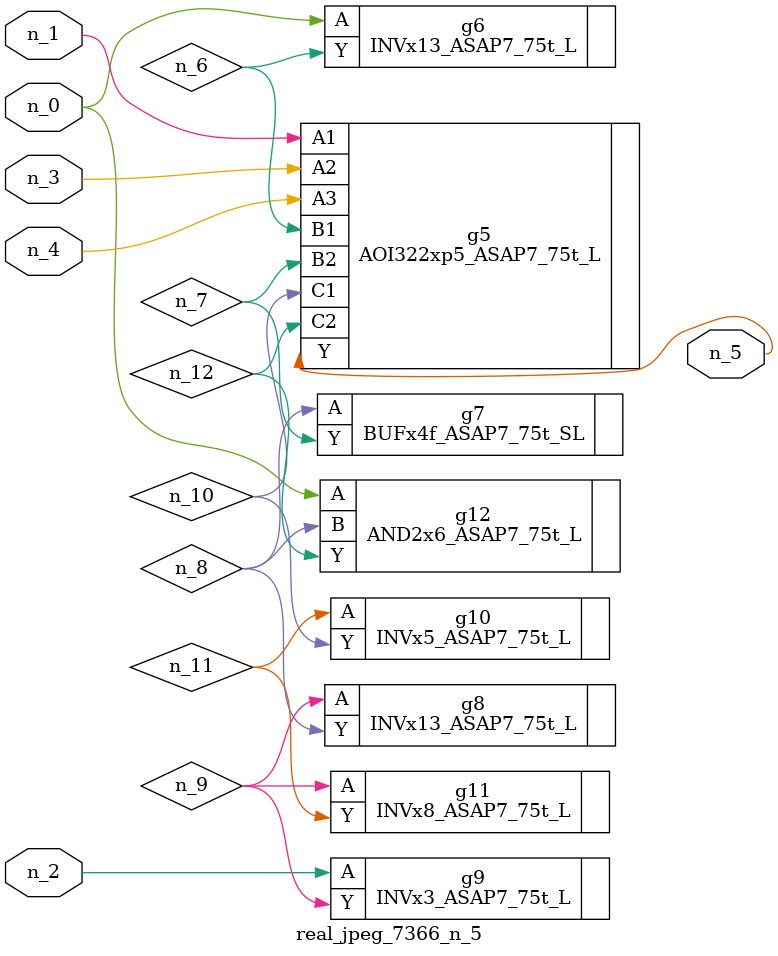
<source format=v>
module real_jpeg_7366_n_5 (n_4, n_0, n_1, n_2, n_3, n_5);

input n_4;
input n_0;
input n_1;
input n_2;
input n_3;

output n_5;

wire n_12;
wire n_8;
wire n_11;
wire n_6;
wire n_7;
wire n_10;
wire n_9;

INVx13_ASAP7_75t_L g6 ( 
.A(n_0),
.Y(n_6)
);

AND2x6_ASAP7_75t_L g12 ( 
.A(n_0),
.B(n_8),
.Y(n_12)
);

AOI322xp5_ASAP7_75t_L g5 ( 
.A1(n_1),
.A2(n_3),
.A3(n_4),
.B1(n_6),
.B2(n_7),
.C1(n_10),
.C2(n_12),
.Y(n_5)
);

INVx3_ASAP7_75t_L g9 ( 
.A(n_2),
.Y(n_9)
);

BUFx4f_ASAP7_75t_SL g7 ( 
.A(n_8),
.Y(n_7)
);

INVx13_ASAP7_75t_L g8 ( 
.A(n_9),
.Y(n_8)
);

INVx8_ASAP7_75t_L g11 ( 
.A(n_9),
.Y(n_11)
);

INVx5_ASAP7_75t_L g10 ( 
.A(n_11),
.Y(n_10)
);


endmodule
</source>
